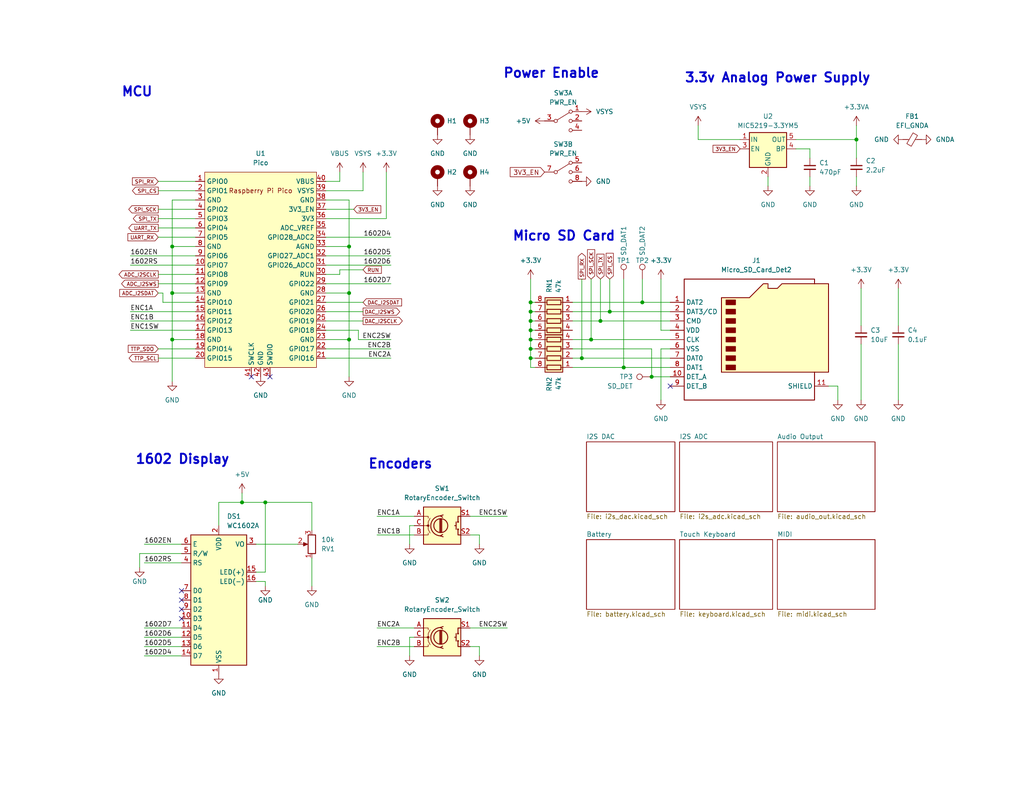
<source format=kicad_sch>
(kicad_sch (version 20230121) (generator eeschema)
  (paper "A")
  (title_block (title "pico_synth_sandbox - MCU") (date "2023-09-19") (rev "2") (comment 3 "pico-synth-sandbox.dcdalrymple.com") (comment 4 "D Cooper Dalrymple"))
  (lib_symbols
    (symbol "Connector:Micro_SD_Card_Det2"
      (property "Reference" "J" (at -16.51 17.78 0))
      (property "Value" "Micro_SD_Card_Det2" (at 16.51 17.78 0))
      (symbol "Micro_SD_Card_Det2_0_1"
        (rectangle (start -7.62 -6.985) (end -5.08 -8.255) (stroke (width 0.254)) (fill (type outline)))
        (rectangle (start -7.62 -4.445) (end -5.08 -5.715) (stroke (width 0.254)) (fill (type outline)))
        (rectangle (start -7.62 -1.905) (end -5.08 -3.175) (stroke (width 0.254)) (fill (type outline)))
        (rectangle (start -7.62 0.635) (end -5.08 -0.635) (stroke (width 0.254)) (fill (type outline)))
        (rectangle (start -7.62 3.175) (end -5.08 1.905) (stroke (width 0.254)) (fill (type outline)))
        (rectangle (start -7.62 5.715) (end -5.08 4.445) (stroke (width 0.254)) (fill (type outline)))
        (rectangle (start -7.62 8.255) (end -5.08 6.985) (stroke (width 0.254)) (fill (type outline)))
        (rectangle (start -7.62 10.795) (end -5.08 9.525) (stroke (width 0.254)) (fill (type outline)))
        (polyline (pts (xy 16.51 15.24) (xy 16.51 16.51) (xy -19.05 16.51) (xy -19.05 -16.51) (xy 16.51 -16.51) (xy 16.51 -8.89)) (stroke (width 0.254)))
        (polyline (pts (xy -8.89 -8.89) (xy -8.89 11.43) (xy -1.27 11.43) (xy 2.54 15.24) (xy 3.81 15.24) (xy 3.81 13.97) (xy 6.35 13.97) (xy 7.62 15.24) (xy 20.32 15.24) (xy 20.32 -8.89) (xy -8.89 -8.89)) (stroke (width 0.254)) (fill (type background)))
      )
      (symbol "Micro_SD_Card_Det2_1_1"
        (pin bidirectional line (at -22.86 10.16 0) (length 3.81) (name "DAT2") (number "1"))
        (pin passive line (at -22.86 -10.16 0) (length 3.81) (name "DET_A") (number "10"))
        (pin passive line (at 20.32 -12.7 180) (length 3.81) (name "SHIELD") (number "11"))
        (pin bidirectional line (at -22.86 7.62 0) (length 3.81) (name "DAT3/CD") (number "2"))
        (pin input line (at -22.86 5.08 0) (length 3.81) (name "CMD") (number "3"))
        (pin power_in line (at -22.86 2.54 0) (length 3.81) (name "VDD") (number "4"))
        (pin input line (at -22.86 0 0) (length 3.81) (name "CLK") (number "5"))
        (pin power_in line (at -22.86 -2.54 0) (length 3.81) (name "VSS") (number "6"))
        (pin bidirectional line (at -22.86 -5.08 0) (length 3.81) (name "DAT0") (number "7"))
        (pin bidirectional line (at -22.86 -7.62 0) (length 3.81) (name "DAT1") (number "8"))
        (pin passive line (at -22.86 -12.7 0) (length 3.81) (name "DET_B") (number "9"))
      )
    )
    (symbol "Connector:TestPoint" (pin_numbers hide) (pin_names (offset 0.762) hide)
      (property "Reference" "TP" (at 0 6.858 0))
      (property "Value" "TestPoint" (at 0 5.08 0))
      (symbol "TestPoint_0_1"
        (circle (center 0 3.302) (radius 0.762))
      )
      (symbol "TestPoint_1_1"
        (pin passive line (at 0 0 90) (length 2.54) (name "1") (number "1"))
      )
    )
    (symbol "Device:C_Small" (pin_numbers hide) (pin_names (offset 0.254) hide)
      (property "Reference" "C" (at 0.254 1.778 0))
      (property "Value" "C_Small" (at 0.254 -2.032 0))
      (symbol "C_Small_0_1"
        (polyline (pts (xy -1.524 -0.508) (xy 1.524 -0.508)) (stroke (width 0.3302)))
        (polyline (pts (xy -1.524 0.508) (xy 1.524 0.508)) (stroke (width 0.3048)))
      )
      (symbol "C_Small_1_1"
        (pin passive line (at 0 2.54 270) (length 2.032) (name "~") (number "1"))
        (pin passive line (at 0 -2.54 90) (length 2.032) (name "~") (number "2"))
      )
    )
    (symbol "Device:FerriteBead_Small" (pin_numbers hide) (pin_names (offset 0))
      (property "Reference" "FB" (at 1.905 1.27 0))
      (property "Value" "FerriteBead_Small" (at 1.905 -1.27 0))
      (symbol "FerriteBead_Small_0_1"
        (polyline (pts (xy 0 -1.27) (xy 0 -0.7874)))
        (polyline (pts (xy 0 0.889) (xy 0 1.2954)))
        (polyline (pts (xy -1.8288 0.2794) (xy -1.1176 1.4986) (xy 1.8288 -0.2032) (xy 1.1176 -1.4224) (xy -1.8288 0.2794)))
      )
      (symbol "FerriteBead_Small_1_1"
        (pin passive line (at 0 2.54 270) (length 1.27) (name "~") (number "1"))
        (pin passive line (at 0 -2.54 90) (length 1.27) (name "~") (number "2"))
      )
    )
    (symbol "Device:R_Pack04" (pin_names (offset 0) hide)
      (property "Reference" "RN" (at -7.62 0 90))
      (property "Value" "R_Pack04" (at 5.08 0 90))
      (symbol "R_Pack04_0_1"
        (rectangle (start -6.35 -2.413) (end 3.81 2.413) (stroke (width 0.254)) (fill (type background)))
        (rectangle (start -5.715 1.905) (end -4.445 -1.905) (stroke (width 0.254)))
        (rectangle (start -3.175 1.905) (end -1.905 -1.905) (stroke (width 0.254)))
        (rectangle (start -0.635 1.905) (end 0.635 -1.905) (stroke (width 0.254)))
        (polyline (pts (xy -5.08 -2.54) (xy -5.08 -1.905)))
        (polyline (pts (xy -5.08 1.905) (xy -5.08 2.54)))
        (polyline (pts (xy -2.54 -2.54) (xy -2.54 -1.905)))
        (polyline (pts (xy -2.54 1.905) (xy -2.54 2.54)))
        (polyline (pts (xy 0 -2.54) (xy 0 -1.905)))
        (polyline (pts (xy 0 1.905) (xy 0 2.54)))
        (polyline (pts (xy 2.54 -2.54) (xy 2.54 -1.905)))
        (polyline (pts (xy 2.54 1.905) (xy 2.54 2.54)))
        (rectangle (start 1.905 1.905) (end 3.175 -1.905) (stroke (width 0.254)))
      )
      (symbol "R_Pack04_1_1"
        (pin passive line (at -5.08 -5.08 90) (length 2.54) (name "R1.1") (number "1"))
        (pin passive line (at -2.54 -5.08 90) (length 2.54) (name "R2.1") (number "2"))
        (pin passive line (at 0 -5.08 90) (length 2.54) (name "R3.1") (number "3"))
        (pin passive line (at 2.54 -5.08 90) (length 2.54) (name "R4.1") (number "4"))
        (pin passive line (at 2.54 5.08 270) (length 2.54) (name "R4.2") (number "5"))
        (pin passive line (at 0 5.08 270) (length 2.54) (name "R3.2") (number "6"))
        (pin passive line (at -2.54 5.08 270) (length 2.54) (name "R2.2") (number "7"))
        (pin passive line (at -5.08 5.08 270) (length 2.54) (name "R1.2") (number "8"))
      )
    )
    (symbol "Device:R_Potentiometer" (pin_names (offset 1.016) hide)
      (property "Reference" "RV" (at -4.445 0 90))
      (property "Value" "R_Potentiometer" (at -2.54 0 90))
      (symbol "R_Potentiometer_0_1"
        (polyline (pts (xy 2.54 0) (xy 1.524 0)))
        (polyline (pts (xy 1.143 0) (xy 2.286 0.508) (xy 2.286 -0.508) (xy 1.143 0)) (fill (type outline)))
        (rectangle (start 1.016 2.54) (end -1.016 -2.54) (stroke (width 0.254)))
      )
      (symbol "R_Potentiometer_1_1"
        (pin passive line (at 0 3.81 270) (length 1.27) (name "1") (number "1"))
        (pin passive line (at 3.81 0 180) (length 1.27) (name "2") (number "2"))
        (pin passive line (at 0 -3.81 90) (length 1.27) (name "3") (number "3"))
      )
    )
    (symbol "Device:RotaryEncoder_Switch" (pin_names (offset 0.254) hide)
      (property "Reference" "SW" (at 0 6.604 0))
      (property "Value" "RotaryEncoder_Switch" (at 0 -6.604 0))
      (symbol "RotaryEncoder_Switch_0_1"
        (rectangle (start -5.08 5.08) (end 5.08 -5.08) (stroke (width 0.254)) (fill (type background)))
        (circle (center -3.81 0) (radius 0.254) (fill (type outline)))
        (circle (center -0.381 0) (radius 1.905) (stroke (width 0.254)))
        (arc (start -0.381 2.667) (mid -3.0988 -0.0635) (end -0.381 -2.794) (stroke (width 0.254)))
        (polyline (pts (xy -0.635 -1.778) (xy -0.635 1.778)) (stroke (width 0.254)))
        (polyline (pts (xy -0.381 -1.778) (xy -0.381 1.778)) (stroke (width 0.254)))
        (polyline (pts (xy -0.127 1.778) (xy -0.127 -1.778)) (stroke (width 0.254)))
        (polyline (pts (xy 3.81 0) (xy 3.429 0)) (stroke (width 0.254)))
        (polyline (pts (xy 3.81 1.016) (xy 3.81 -1.016)) (stroke (width 0.254)))
        (polyline (pts (xy -5.08 -2.54) (xy -3.81 -2.54) (xy -3.81 -2.032)))
        (polyline (pts (xy -5.08 2.54) (xy -3.81 2.54) (xy -3.81 2.032)))
        (polyline (pts (xy 0.254 -3.048) (xy -0.508 -2.794) (xy 0.127 -2.413)) (stroke (width 0.254)))
        (polyline (pts (xy 0.254 2.921) (xy -0.508 2.667) (xy 0.127 2.286)) (stroke (width 0.254)))
        (polyline (pts (xy 5.08 -2.54) (xy 4.318 -2.54) (xy 4.318 -1.016)) (stroke (width 0.254)))
        (polyline (pts (xy 5.08 2.54) (xy 4.318 2.54) (xy 4.318 1.016)) (stroke (width 0.254)))
        (polyline (pts (xy -5.08 0) (xy -3.81 0) (xy -3.81 -1.016) (xy -3.302 -2.032)))
        (polyline (pts (xy -4.318 0) (xy -3.81 0) (xy -3.81 1.016) (xy -3.302 2.032)))
        (circle (center 4.318 -1.016) (radius 0.127) (stroke (width 0.254)))
        (circle (center 4.318 1.016) (radius 0.127) (stroke (width 0.254)))
      )
      (symbol "RotaryEncoder_Switch_1_1"
        (pin passive line (at -7.62 2.54 0) (length 2.54) (name "A") (number "A"))
        (pin passive line (at -7.62 -2.54 0) (length 2.54) (name "B") (number "B"))
        (pin passive line (at -7.62 0 0) (length 2.54) (name "C") (number "C"))
        (pin passive line (at 7.62 2.54 180) (length 2.54) (name "S1") (number "S1"))
        (pin passive line (at 7.62 -2.54 180) (length 2.54) (name "S2") (number "S2"))
      )
    )
    (symbol "Display_Character:WC1602A"
      (property "Reference" "DS" (at -5.842 19.05 0))
      (property "Value" "WC1602A" (at 5.334 19.05 0))
      (symbol "WC1602A_1_1"
        (rectangle (start -7.62 17.78) (end 7.62 -17.78) (stroke (width 0.254)) (fill (type background)))
        (pin power_in line (at 0 -20.32 90) (length 2.54) (name "VSS") (number "1"))
        (pin input line (at -10.16 -5.08 0) (length 2.54) (name "D3") (number "10"))
        (pin input line (at -10.16 -7.62 0) (length 2.54) (name "D4") (number "11"))
        (pin input line (at -10.16 -10.16 0) (length 2.54) (name "D5") (number "12"))
        (pin input line (at -10.16 -12.7 0) (length 2.54) (name "D6") (number "13"))
        (pin input line (at -10.16 -15.24 0) (length 2.54) (name "D7") (number "14"))
        (pin power_in line (at 10.16 7.62 180) (length 2.54) (name "LED(+)") (number "15"))
        (pin power_in line (at 10.16 5.08 180) (length 2.54) (name "LED(-)") (number "16"))
        (pin power_in line (at 0 20.32 270) (length 2.54) (name "VDD") (number "2"))
        (pin input line (at 10.16 15.24 180) (length 2.54) (name "VO") (number "3"))
        (pin input line (at -10.16 10.16 0) (length 2.54) (name "RS") (number "4"))
        (pin input line (at -10.16 12.7 0) (length 2.54) (name "R/W") (number "5"))
        (pin input line (at -10.16 15.24 0) (length 2.54) (name "E") (number "6"))
        (pin input line (at -10.16 2.54 0) (length 2.54) (name "D0") (number "7"))
        (pin input line (at -10.16 0 0) (length 2.54) (name "D1") (number "8"))
        (pin input line (at -10.16 -2.54 0) (length 2.54) (name "D2") (number "9"))
      )
    )
    (symbol "MCU_RaspberryPi_and_Boards:Pico"
      (property "Reference" "U" (at -13.97 27.94 0))
      (property "Value" "Pico" (at 0 19.05 0))
      (symbol "Pico_0_0"
        (text "Raspberry Pi Pico" (at 0 21.59 0) (effects (font (size 1.27 1.27))))
      )
      (symbol "Pico_0_1"
        (rectangle (start -15.24 26.67) (end 15.24 -26.67) (fill (type background)))
      )
      (symbol "Pico_1_1"
        (pin bidirectional line (at -17.78 24.13 0) (length 2.54) (name "GPIO0") (number "1"))
        (pin bidirectional line (at -17.78 1.27 0) (length 2.54) (name "GPIO7") (number "10"))
        (pin bidirectional line (at -17.78 -1.27 0) (length 2.54) (name "GPIO8") (number "11"))
        (pin bidirectional line (at -17.78 -3.81 0) (length 2.54) (name "GPIO9") (number "12"))
        (pin power_in line (at -17.78 -6.35 0) (length 2.54) (name "GND") (number "13"))
        (pin bidirectional line (at -17.78 -8.89 0) (length 2.54) (name "GPIO10") (number "14"))
        (pin bidirectional line (at -17.78 -11.43 0) (length 2.54) (name "GPIO11") (number "15"))
        (pin bidirectional line (at -17.78 -13.97 0) (length 2.54) (name "GPIO12") (number "16"))
        (pin bidirectional line (at -17.78 -16.51 0) (length 2.54) (name "GPIO13") (number "17"))
        (pin power_in line (at -17.78 -19.05 0) (length 2.54) (name "GND") (number "18"))
        (pin bidirectional line (at -17.78 -21.59 0) (length 2.54) (name "GPIO14") (number "19"))
        (pin bidirectional line (at -17.78 21.59 0) (length 2.54) (name "GPIO1") (number "2"))
        (pin bidirectional line (at -17.78 -24.13 0) (length 2.54) (name "GPIO15") (number "20"))
        (pin bidirectional line (at 17.78 -24.13 180) (length 2.54) (name "GPIO16") (number "21"))
        (pin bidirectional line (at 17.78 -21.59 180) (length 2.54) (name "GPIO17") (number "22"))
        (pin power_in line (at 17.78 -19.05 180) (length 2.54) (name "GND") (number "23"))
        (pin bidirectional line (at 17.78 -16.51 180) (length 2.54) (name "GPIO18") (number "24"))
        (pin bidirectional line (at 17.78 -13.97 180) (length 2.54) (name "GPIO19") (number "25"))
        (pin bidirectional line (at 17.78 -11.43 180) (length 2.54) (name "GPIO20") (number "26"))
        (pin bidirectional line (at 17.78 -8.89 180) (length 2.54) (name "GPIO21") (number "27"))
        (pin power_in line (at 17.78 -6.35 180) (length 2.54) (name "GND") (number "28"))
        (pin bidirectional line (at 17.78 -3.81 180) (length 2.54) (name "GPIO22") (number "29"))
        (pin power_in line (at -17.78 19.05 0) (length 2.54) (name "GND") (number "3"))
        (pin input line (at 17.78 -1.27 180) (length 2.54) (name "RUN") (number "30"))
        (pin bidirectional line (at 17.78 1.27 180) (length 2.54) (name "GPIO26_ADC0") (number "31"))
        (pin bidirectional line (at 17.78 3.81 180) (length 2.54) (name "GPIO27_ADC1") (number "32"))
        (pin power_in line (at 17.78 6.35 180) (length 2.54) (name "AGND") (number "33"))
        (pin bidirectional line (at 17.78 8.89 180) (length 2.54) (name "GPIO28_ADC2") (number "34"))
        (pin power_in line (at 17.78 11.43 180) (length 2.54) (name "ADC_VREF") (number "35"))
        (pin power_in line (at 17.78 13.97 180) (length 2.54) (name "3V3") (number "36"))
        (pin input line (at 17.78 16.51 180) (length 2.54) (name "3V3_EN") (number "37"))
        (pin bidirectional line (at 17.78 19.05 180) (length 2.54) (name "GND") (number "38"))
        (pin power_in line (at 17.78 21.59 180) (length 2.54) (name "VSYS") (number "39"))
        (pin bidirectional line (at -17.78 16.51 0) (length 2.54) (name "GPIO2") (number "4"))
        (pin power_in line (at 17.78 24.13 180) (length 2.54) (name "VBUS") (number "40"))
        (pin input line (at -2.54 -29.21 90) (length 2.54) (name "SWCLK") (number "41"))
        (pin power_in line (at 0 -29.21 90) (length 2.54) (name "GND") (number "42"))
        (pin bidirectional line (at 2.54 -29.21 90) (length 2.54) (name "SWDIO") (number "43"))
        (pin bidirectional line (at -17.78 13.97 0) (length 2.54) (name "GPIO3") (number "5"))
        (pin bidirectional line (at -17.78 11.43 0) (length 2.54) (name "GPIO4") (number "6"))
        (pin bidirectional line (at -17.78 8.89 0) (length 2.54) (name "GPIO5") (number "7"))
        (pin power_in line (at -17.78 6.35 0) (length 2.54) (name "GND") (number "8"))
        (pin bidirectional line (at -17.78 3.81 0) (length 2.54) (name "GPIO6") (number "9"))
      )
    )
    (symbol "Mechanical:MountingHole_Pad" (pin_numbers hide) (pin_names (offset 1.016) hide)
      (property "Reference" "H" (at 0 6.35 0))
      (property "Value" "MountingHole_Pad" (at 0 4.445 0))
      (symbol "MountingHole_Pad_0_1"
        (circle (center 0 1.27) (radius 1.27) (stroke (width 1.27)))
      )
      (symbol "MountingHole_Pad_1_1"
        (pin input line (at 0 -2.54 90) (length 2.54) (name "1") (number "1"))
      )
    )
    (symbol "Regulator_Linear:MIC5219-3.3YM5" (pin_names (offset 0.254))
      (property "Reference" "U" (at -3.81 5.715 0))
      (property "Value" "MIC5219-3.3YM5" (at 0 5.715 0))
      (symbol "MIC5219-3.3YM5_0_1"
        (rectangle (start -5.08 4.445) (end 5.08 -5.08) (stroke (width 0.254)) (fill (type background)))
      )
      (symbol "MIC5219-3.3YM5_1_1"
        (pin power_in line (at -7.62 2.54 0) (length 2.54) (name "IN") (number "1"))
        (pin power_in line (at 0 -7.62 90) (length 2.54) (name "GND") (number "2"))
        (pin input line (at -7.62 0 0) (length 2.54) (name "EN") (number "3"))
        (pin input line (at 7.62 0 180) (length 2.54) (name "BP") (number "4"))
        (pin power_out line (at 7.62 2.54 180) (length 2.54) (name "OUT") (number "5"))
      )
    )
    (symbol "Switch:SW_DP3T" (pin_names (offset 0) hide)
      (property "Reference" "SW" (at 0 5.08 0))
      (property "Value" "SW_DP3T" (at 0 -5.08 0))
      (symbol "SW_DP3T_0_1"
        (circle (center -2.032 0) (radius 0.4572))
        (polyline (pts (xy -1.651 0.254) (xy 1.651 2.286)))
        (circle (center 2.032 -2.54) (radius 0.4572))
        (circle (center 2.032 0) (radius 0.4572))
        (circle (center 2.032 2.54) (radius 0.4572))
      )
      (symbol "SW_DP3T_1_1"
        (pin passive line (at 5.08 2.54 180) (length 2.54) (name "1") (number "1"))
        (pin passive line (at 5.08 0 180) (length 2.54) (name "2") (number "2"))
        (pin passive line (at -5.08 0 0) (length 2.54) (name "3") (number "3"))
        (pin passive line (at 5.08 -2.54 180) (length 2.54) (name "4") (number "4"))
      )
      (symbol "SW_DP3T_2_1"
        (pin passive line (at 5.08 2.54 180) (length 2.54) (name "5") (number "5"))
        (pin passive line (at 5.08 0 180) (length 2.54) (name "6") (number "6"))
        (pin passive line (at -5.08 0 0) (length 2.54) (name "7") (number "7"))
        (pin passive line (at 5.08 -2.54 180) (length 2.54) (name "8") (number "8"))
      )
    )
    (symbol "pico_synth_sandbox:VSYS" (power) (pin_names (offset 0))
      (property "Value" "VSYS" (at 0 3.81 0))
      (symbol "VSYS_0_1"
        (polyline (pts (xy -0.762 1.27) (xy 0 2.54)))
        (polyline (pts (xy 0 0) (xy 0 2.54)))
        (polyline (pts (xy 0 2.54) (xy 0.762 1.27)))
      )
      (symbol "VSYS_1_1"
        (pin power_in line (at 0 0 90) (length 0) hide (name "VSYS") (number "1"))
      )
    )
    (symbol "power:+3.3V" (power) (pin_names (offset 0))
      (property "Value" "+3.3V" (at 0 3.556 0))
      (symbol "+3.3V_0_1"
        (polyline (pts (xy -0.762 1.27) (xy 0 2.54)))
        (polyline (pts (xy 0 0) (xy 0 2.54)))
        (polyline (pts (xy 0 2.54) (xy 0.762 1.27)))
      )
      (symbol "+3.3V_1_1"
        (pin power_in line (at 0 0 90) (length 0) hide (name "+3.3V") (number "1"))
      )
    )
    (symbol "power:+3.3VA" (power) (pin_names (offset 0))
      (property "Value" "+3.3VA" (at 0 3.556 0))
      (symbol "+3.3VA_0_1"
        (polyline (pts (xy -0.762 1.27) (xy 0 2.54)))
        (polyline (pts (xy 0 0) (xy 0 2.54)))
        (polyline (pts (xy 0 2.54) (xy 0.762 1.27)))
      )
      (symbol "+3.3VA_1_1"
        (pin power_in line (at 0 0 90) (length 0) hide (name "+3.3VA") (number "1"))
      )
    )
    (symbol "power:+5V" (power) (pin_names (offset 0))
      (property "Value" "+5V" (at 0 3.556 0))
      (symbol "+5V_0_1"
        (polyline (pts (xy -0.762 1.27) (xy 0 2.54)))
        (polyline (pts (xy 0 0) (xy 0 2.54)))
        (polyline (pts (xy 0 2.54) (xy 0.762 1.27)))
      )
      (symbol "+5V_1_1"
        (pin power_in line (at 0 0 90) (length 0) hide (name "+5V") (number "1"))
      )
    )
    (symbol "power:GND" (power) (pin_names (offset 0))
      (property "Value" "GND" (at 0 -3.81 0))
      (symbol "GND_0_1"
        (polyline (pts (xy 0 0) (xy 0 -1.27) (xy 1.27 -1.27) (xy 0 -2.54) (xy -1.27 -1.27) (xy 0 -1.27)))
      )
      (symbol "GND_1_1"
        (pin power_in line (at 0 0 270) (length 0) hide (name "GND") (number "1"))
      )
    )
    (symbol "power:GNDA" (power) (pin_names (offset 0))
      (property "Value" "GNDA" (at 0 -3.81 0))
      (symbol "GNDA_0_1"
        (polyline (pts (xy 0 0) (xy 0 -1.27) (xy 1.27 -1.27) (xy 0 -2.54) (xy -1.27 -1.27) (xy 0 -1.27)))
      )
      (symbol "GNDA_1_1"
        (pin power_in line (at 0 0 270) (length 0) hide (name "GNDA") (number "1"))
      )
    )
    (symbol "power:VBUS" (power) (pin_names (offset 0))
      (property "Value" "VBUS" (at 0 3.81 0))
      (symbol "VBUS_0_1"
        (polyline (pts (xy -0.762 1.27) (xy 0 2.54)))
        (polyline (pts (xy 0 0) (xy 0 2.54)))
        (polyline (pts (xy 0 2.54) (xy 0.762 1.27)))
      )
      (symbol "VBUS_1_1"
        (pin power_in line (at 0 0 90) (length 0) hide (name "VBUS") (number "1"))
      )
    )
  )
  (junction (at 161.29 92.71))
  (junction (at 66.04 137.16))
  (junction (at 144.78 90.17))
  (junction (at 95.25 80.01))
  (junction (at 233.68 38.1))
  (junction (at 166.37 85.09))
  (junction (at 46.99 80.01))
  (junction (at 46.99 92.71))
  (junction (at 144.78 95.25))
  (junction (at 175.26 82.55))
  (junction (at 144.78 82.55))
  (junction (at 95.25 92.71))
  (junction (at 144.78 97.79))
  (junction (at 144.78 87.63))
  (junction (at 144.78 92.71))
  (junction (at 158.75 97.79))
  (junction (at 177.8 102.87))
  (junction (at 170.18 100.33))
  (junction (at 163.83 87.63))
  (junction (at 46.99 67.31))
  (junction (at 72.39 137.16))
  (junction (at 95.25 67.31))
  (junction (at 144.78 85.09))
  (no_connect (at 49.53 168.91))
  (no_connect (at 49.53 166.37))
  (no_connect (at 49.53 161.29))
  (no_connect (at 73.66 102.87))
  (no_connect (at 68.58 102.87))
  (no_connect (at 49.53 163.83))
  (no_connect (at 182.88 105.41))
  (wire (pts (xy 72.39 137.16) (xy 85.09 137.16)))
  (wire (pts (xy 156.21 85.09) (xy 166.37 85.09)))
  (wire (pts (xy 170.18 76.2) (xy 170.18 100.33)))
  (wire (pts (xy 88.9 57.15) (xy 96.52 57.15)))
  (wire (pts (xy 209.55 48.26) (xy 209.55 50.8)))
  (wire (pts (xy 105.41 59.69) (xy 88.9 59.69)))
  (wire (pts (xy 144.78 85.09) (xy 146.05 85.09)))
  (wire (pts (xy 92.71 73.66) (xy 92.71 74.93)))
  (wire (pts (xy 158.75 76.2) (xy 158.75 97.79)))
  (wire (pts (xy 39.37 148.59) (xy 49.53 148.59)))
  (wire (pts (xy 53.34 92.71) (xy 46.99 92.71)))
  (wire (pts (xy 106.68 97.79) (xy 88.9 97.79)))
  (wire (pts (xy 43.18 77.47) (xy 53.34 77.47)))
  (wire (pts (xy 53.34 72.39) (xy 35.56 72.39)))
  (wire (pts (xy 43.18 49.53) (xy 53.34 49.53)))
  (wire (pts (xy 43.18 62.23) (xy 53.34 62.23)))
  (wire (pts (xy 43.18 59.69) (xy 53.34 59.69)))
  (wire (pts (xy 97.79 90.17) (xy 88.9 90.17)))
  (wire (pts (xy 144.78 85.09) (xy 144.78 82.55)))
  (wire (pts (xy 175.26 82.55) (xy 182.88 82.55)))
  (wire (pts (xy 228.6 105.41) (xy 228.6 109.22)))
  (wire (pts (xy 245.11 93.98) (xy 245.11 109.22)))
  (wire (pts (xy 156.21 95.25) (xy 177.8 95.25)))
  (wire (pts (xy 46.99 54.61) (xy 46.99 67.31)))
  (wire (pts (xy 88.9 49.53) (xy 92.71 49.53)))
  (wire (pts (xy 217.17 40.64) (xy 220.98 40.64)))
  (wire (pts (xy 39.37 176.53) (xy 49.53 176.53)))
  (wire (pts (xy 233.68 34.29) (xy 233.68 38.1)))
  (wire (pts (xy 88.9 80.01) (xy 95.25 80.01)))
  (wire (pts (xy 220.98 48.26) (xy 220.98 50.8)))
  (wire (pts (xy 130.81 176.53) (xy 130.81 179.07)))
  (wire (pts (xy 156.21 82.55) (xy 175.26 82.55)))
  (wire (pts (xy 163.83 76.2) (xy 163.83 87.63)))
  (wire (pts (xy 69.85 158.75) (xy 72.39 158.75)))
  (wire (pts (xy 88.9 77.47) (xy 106.68 77.47)))
  (wire (pts (xy 59.69 137.16) (xy 59.69 143.51)))
  (wire (pts (xy 144.78 95.25) (xy 146.05 95.25)))
  (wire (pts (xy 234.95 78.74) (xy 234.95 88.9)))
  (wire (pts (xy 144.78 97.79) (xy 144.78 100.33)))
  (wire (pts (xy 144.78 100.33) (xy 146.05 100.33)))
  (wire (pts (xy 99.06 52.07) (xy 88.9 52.07)))
  (wire (pts (xy 180.34 95.25) (xy 180.34 109.22)))
  (wire (pts (xy 113.03 173.99) (xy 111.76 173.99)))
  (wire (pts (xy 128.27 146.05) (xy 130.81 146.05)))
  (wire (pts (xy 106.68 92.71) (xy 97.79 92.71)))
  (wire (pts (xy 72.39 137.16) (xy 72.39 156.21)))
  (wire (pts (xy 39.37 179.07) (xy 49.53 179.07)))
  (wire (pts (xy 226.06 105.41) (xy 228.6 105.41)))
  (wire (pts (xy 245.11 78.74) (xy 245.11 88.9)))
  (wire (pts (xy 170.18 100.33) (xy 182.88 100.33)))
  (wire (pts (xy 69.85 148.59) (xy 81.28 148.59)))
  (wire (pts (xy 43.18 64.77) (xy 53.34 64.77)))
  (wire (pts (xy 102.87 176.53) (xy 113.03 176.53)))
  (wire (pts (xy 190.5 34.29) (xy 190.5 38.1)))
  (wire (pts (xy 102.87 140.97) (xy 113.03 140.97)))
  (wire (pts (xy 177.8 102.87) (xy 182.88 102.87)))
  (wire (pts (xy 113.03 143.51) (xy 111.76 143.51)))
  (wire (pts (xy 144.78 82.55) (xy 146.05 82.55)))
  (wire (pts (xy 95.25 54.61) (xy 95.25 67.31)))
  (wire (pts (xy 53.34 67.31) (xy 46.99 67.31)))
  (wire (pts (xy 35.56 85.09) (xy 53.34 85.09)))
  (wire (pts (xy 66.04 137.16) (xy 72.39 137.16)))
  (wire (pts (xy 85.09 137.16) (xy 85.09 144.78)))
  (wire (pts (xy 161.29 92.71) (xy 182.88 92.71)))
  (wire (pts (xy 144.78 87.63) (xy 144.78 85.09)))
  (wire (pts (xy 72.39 158.75) (xy 72.39 160.02)))
  (wire (pts (xy 105.41 46.99) (xy 105.41 59.69)))
  (wire (pts (xy 46.99 67.31) (xy 46.99 80.01)))
  (wire (pts (xy 175.26 76.2) (xy 175.26 82.55)))
  (wire (pts (xy 144.78 87.63) (xy 146.05 87.63)))
  (wire (pts (xy 95.25 92.71) (xy 95.25 102.87)))
  (wire (pts (xy 163.83 87.63) (xy 182.88 87.63)))
  (wire (pts (xy 182.88 90.17) (xy 180.34 90.17)))
  (wire (pts (xy 111.76 173.99) (xy 111.76 179.07)))
  (wire (pts (xy 217.17 38.1) (xy 233.68 38.1)))
  (wire (pts (xy 44.45 82.55) (xy 53.34 82.55)))
  (wire (pts (xy 156.21 100.33) (xy 170.18 100.33)))
  (wire (pts (xy 97.79 92.71) (xy 97.79 90.17)))
  (wire (pts (xy 88.9 72.39) (xy 106.68 72.39)))
  (wire (pts (xy 233.68 48.26) (xy 233.68 50.8)))
  (wire (pts (xy 88.9 87.63) (xy 99.06 87.63)))
  (wire (pts (xy 43.18 57.15) (xy 53.34 57.15)))
  (wire (pts (xy 53.34 80.01) (xy 46.99 80.01)))
  (wire (pts (xy 130.81 146.05) (xy 130.81 148.59)))
  (wire (pts (xy 46.99 92.71) (xy 46.99 104.14)))
  (wire (pts (xy 234.95 93.98) (xy 234.95 109.22)))
  (wire (pts (xy 182.88 95.25) (xy 180.34 95.25)))
  (wire (pts (xy 161.29 76.2) (xy 161.29 92.71)))
  (wire (pts (xy 95.25 67.31) (xy 95.25 80.01)))
  (wire (pts (xy 69.85 156.21) (xy 72.39 156.21)))
  (wire (pts (xy 59.69 137.16) (xy 66.04 137.16)))
  (wire (pts (xy 102.87 146.05) (xy 113.03 146.05)))
  (wire (pts (xy 46.99 80.01) (xy 46.99 92.71)))
  (wire (pts (xy 92.71 74.93) (xy 88.9 74.93)))
  (wire (pts (xy 166.37 76.2) (xy 166.37 85.09)))
  (wire (pts (xy 43.18 74.93) (xy 53.34 74.93)))
  (wire (pts (xy 92.71 49.53) (xy 92.71 46.99)))
  (wire (pts (xy 43.18 52.07) (xy 53.34 52.07)))
  (wire (pts (xy 53.34 69.85) (xy 35.56 69.85)))
  (wire (pts (xy 156.21 92.71) (xy 161.29 92.71)))
  (wire (pts (xy 128.27 171.45) (xy 138.43 171.45)))
  (wire (pts (xy 88.9 69.85) (xy 106.68 69.85)))
  (wire (pts (xy 39.37 153.67) (xy 49.53 153.67)))
  (wire (pts (xy 144.78 97.79) (xy 146.05 97.79)))
  (wire (pts (xy 144.78 92.71) (xy 146.05 92.71)))
  (wire (pts (xy 144.78 87.63) (xy 144.78 90.17)))
  (wire (pts (xy 43.18 95.25) (xy 53.34 95.25)))
  (wire (pts (xy 106.68 95.25) (xy 88.9 95.25)))
  (wire (pts (xy 38.1 151.13) (xy 49.53 151.13)))
  (wire (pts (xy 88.9 64.77) (xy 106.68 64.77)))
  (wire (pts (xy 35.56 87.63) (xy 53.34 87.63)))
  (wire (pts (xy 144.78 76.2) (xy 144.78 82.55)))
  (wire (pts (xy 220.98 40.64) (xy 220.98 43.18)))
  (wire (pts (xy 39.37 171.45) (xy 49.53 171.45)))
  (wire (pts (xy 44.45 80.01) (xy 44.45 82.55)))
  (wire (pts (xy 144.78 90.17) (xy 144.78 92.71)))
  (wire (pts (xy 88.9 85.09) (xy 99.06 85.09)))
  (wire (pts (xy 166.37 85.09) (xy 182.88 85.09)))
  (wire (pts (xy 88.9 67.31) (xy 95.25 67.31)))
  (wire (pts (xy 35.56 90.17) (xy 53.34 90.17)))
  (wire (pts (xy 66.04 134.62) (xy 66.04 137.16)))
  (wire (pts (xy 85.09 160.02) (xy 85.09 152.4)))
  (wire (pts (xy 39.37 173.99) (xy 49.53 173.99)))
  (wire (pts (xy 88.9 92.71) (xy 95.25 92.71)))
  (wire (pts (xy 156.21 87.63) (xy 163.83 87.63)))
  (wire (pts (xy 99.06 46.99) (xy 99.06 52.07)))
  (wire (pts (xy 233.68 38.1) (xy 233.68 43.18)))
  (wire (pts (xy 144.78 90.17) (xy 146.05 90.17)))
  (wire (pts (xy 177.8 95.25) (xy 177.8 102.87)))
  (wire (pts (xy 53.34 54.61) (xy 46.99 54.61)))
  (wire (pts (xy 88.9 54.61) (xy 95.25 54.61)))
  (wire (pts (xy 43.18 97.79) (xy 53.34 97.79)))
  (wire (pts (xy 128.27 140.97) (xy 138.43 140.97)))
  (wire (pts (xy 144.78 97.79) (xy 144.78 95.25)))
  (wire (pts (xy 128.27 176.53) (xy 130.81 176.53)))
  (wire (pts (xy 180.34 76.2) (xy 180.34 90.17)))
  (wire (pts (xy 43.18 80.01) (xy 44.45 80.01)))
  (wire (pts (xy 102.87 171.45) (xy 113.03 171.45)))
  (wire (pts (xy 190.5 38.1) (xy 201.93 38.1)))
  (wire (pts (xy 38.1 154.94) (xy 38.1 151.13)))
  (wire (pts (xy 111.76 143.51) (xy 111.76 148.59)))
  (wire (pts (xy 156.21 97.79) (xy 158.75 97.79)))
  (wire (pts (xy 95.25 80.01) (xy 95.25 92.71)))
  (wire (pts (xy 88.9 82.55) (xy 99.06 82.55)))
  (wire (pts (xy 99.06 73.66) (xy 92.71 73.66)))
  (wire (pts (xy 158.75 97.79) (xy 182.88 97.79)))
  (wire (pts (xy 144.78 95.25) (xy 144.78 92.71)))
  (text "3.3v Analog Power Supply" (at 186.69 22.86 0) (effects (font (size 2.54 2.54) (thickness 0.508) bold) (justify left bottom)))
  (text "Micro SD Card" (at 139.7 66.04 0) (effects (font (size 2.54 2.54) (thickness 0.508) bold) (justify left bottom)))
  (text "Encoders" (at 100.33 128.27 0) (effects (font (size 2.54 2.54) (thickness 0.508) bold) (justify left bottom)))
  (text "1602 Display" (at 36.83 127 0) (effects (font (size 2.54 2.54) (thickness 0.508) bold) (justify left bottom)))
  (text "MCU" (at 33.02 26.67 0) (effects (font (size 2.54 2.54) (thickness 0.508) bold) (justify left bottom)))
  (text "Power Enable" (at 137.16 21.59 0) (effects (font (size 2.54 2.54) (thickness 0.508) bold) (justify left bottom)))
  (label "1602D4" (at 39.37 179.07 0))
  (label "1602RS" (at 35.56 72.39 0))
  (label "1602EN" (at 39.37 148.59 0))
  (label "ENC2B" (at 102.87 176.53 0))
  (label "ENC1A" (at 102.87 140.97 0))
  (label "1602D5" (at 106.68 69.85 180))
  (label "ENC2SW" (at 138.43 171.45 180))
  (label "ENC2B" (at 106.68 95.25 180))
  (label "ENC2SW" (at 106.68 92.71 180))
  (label "ENC1SW" (at 138.43 140.97 180))
  (label "1602D6" (at 39.37 173.99 0))
  (label "1602EN" (at 35.56 69.85 0))
  (label "1602D5" (at 39.37 176.53 0))
  (label "ENC2A" (at 106.68 97.79 180))
  (label "1602D4" (at 106.68 64.77 180))
  (label "ENC1SW" (at 35.56 90.17 0))
  (label "1602D7" (at 39.37 171.45 0))
  (label "1602D6" (at 106.68 72.39 180))
  (label "ENC1B" (at 35.56 87.63 0))
  (label "1602RS" (at 39.37 153.67 0))
  (label "ENC2A" (at 102.87 171.45 0))
  (label "ENC1A" (at 35.56 85.09 0))
  (label "1602D7" (at 106.68 77.47 180))
  (label "ENC1B" (at 102.87 146.05 0))
  (global_label "DAC_I2SCLK" (shape output) (at 99.06 87.63 0) (effects (font (size 1 1))) (property "Intersheetrefs" "${INTERSHEET_REFS}" (effects hide)))
  (global_label "ADC_I2SWS" (shape output) (at 43.18 77.47 180) (effects (font (size 1 1))) (property "Intersheetrefs" "${INTERSHEET_REFS}" (effects hide)))
  (global_label "TTP_SCL" (shape output) (at 43.18 97.79 180) (effects (font (size 1 1))) (property "Intersheetrefs" "${INTERSHEET_REFS}" (effects hide)))
  (global_label "3V3_EN" (shape input) (at 96.52 57.15 0) (effects (font (size 1 1))) (property "Intersheetrefs" "${INTERSHEET_REFS}" (effects hide)))
  (global_label "SPI_CS" (shape input) (at 166.37 76.2 90) (effects (font (size 1 1))) (property "Intersheetrefs" "${INTERSHEET_REFS}" (effects hide)))
  (global_label "SPI_TX" (shape output) (at 43.18 59.69 180) (effects (font (size 1 1))) (property "Intersheetrefs" "${INTERSHEET_REFS}" (effects hide)))
  (global_label "SPI_SCK" (shape input) (at 161.29 76.2 90) (effects (font (size 1 1))) (property "Intersheetrefs" "${INTERSHEET_REFS}" (effects hide)))
  (global_label "ADC_I2SCLK" (shape output) (at 43.18 74.93 180) (effects (font (size 1 1))) (property "Intersheetrefs" "${INTERSHEET_REFS}" (effects hide)))
  (global_label "SPI_RX" (shape input) (at 43.18 49.53 180) (effects (font (size 1 1))) (property "Intersheetrefs" "${INTERSHEET_REFS}" (effects hide)))
  (global_label "TTP_SDO" (shape input) (at 43.18 95.25 180) (effects (font (size 1 1))) (property "Intersheetrefs" "${INTERSHEET_REFS}" (effects hide)))
  (global_label "3V3_EN" (shape input) (at 201.93 40.64 180) (effects (font (size 1 1))) (property "Intersheetrefs" "${INTERSHEET_REFS}" (effects hide)))
  (global_label "ADC_I2SDAT" (shape input) (at 43.18 80.01 180) (effects (font (size 1 1))) (property "Intersheetrefs" "${INTERSHEET_REFS}" (effects hide)))
  (global_label "3V3_EN" (shape input) (at 148.59 46.99 180) (property "Intersheetrefs" "${INTERSHEET_REFS}" (effects hide)))
  (global_label "UART_RX" (shape input) (at 43.18 64.77 180) (effects (font (size 1 1))) (property "Intersheetrefs" "${INTERSHEET_REFS}" (effects hide)))
  (global_label "RUN" (shape input) (at 99.06 73.66 0) (effects (font (size 1 1))) (property "Intersheetrefs" "${INTERSHEET_REFS}" (effects hide)))
  (global_label "SPI_CS" (shape output) (at 43.18 52.07 180) (effects (font (size 1 1))) (property "Intersheetrefs" "${INTERSHEET_REFS}" (effects hide)))
  (global_label "UART_TX" (shape output) (at 43.18 62.23 180) (effects (font (size 1 1))) (property "Intersheetrefs" "${INTERSHEET_REFS}" (effects hide)))
  (global_label "SPI_RX" (shape output) (at 158.75 76.2 90) (effects (font (size 1 1))) (property "Intersheetrefs" "${INTERSHEET_REFS}" (effects hide)))
  (global_label "DAC_I2SDAT" (shape input) (at 99.06 82.55 0) (effects (font (size 1 1))) (property "Intersheetrefs" "${INTERSHEET_REFS}" (effects hide)))
  (global_label "SPI_TX" (shape input) (at 163.83 76.2 90) (effects (font (size 1 1))) (property "Intersheetrefs" "${INTERSHEET_REFS}" (effects hide)))
  (global_label "SPI_SCK" (shape output) (at 43.18 57.15 180) (effects (font (size 1 1))) (property "Intersheetrefs" "${INTERSHEET_REFS}" (effects hide)))
  (global_label "DAC_I2SWS" (shape output) (at 99.06 85.09 0) (effects (font (size 1 1))) (property "Intersheetrefs" "${INTERSHEET_REFS}" (effects hide)))
  (symbol (lib_id "Mechanical:MountingHole_Pad") (at 119.38 48.26 0) (unit 1)
    (property "Reference" "H2" (at 121.92 46.99 0) (effects (justify left)))
    (property "Value" "MountingHole_Pad" (effects hide))
    (property "Footprint" "MountingHole:MountingHole_2.5mm_Pad" (effects hide))
  )
  (symbol (lib_id "power:+3.3V") (at 105.41 46.99 0) (unit 1)
    (property "Reference" "#PWR011" (effects hide))
    (property "Value" "+3.3V" (at 105.41 41.91 0))
  )
  (symbol (lib_id "power:GND") (at 46.99 104.14 0) (unit 1)
    (property "Reference" "#PWR02" (effects hide))
    (property "Value" "GND" (at 46.99 109.22 0))
  )
  (symbol (lib_id "power:GND") (at 59.69 184.15 0) (unit 1)
    (property "Reference" "#PWR03" (effects hide))
    (property "Value" "GND" (at 59.69 189.23 0))
  )
  (symbol (lib_id "pico_synth_sandbox:VSYS") (at 158.75 30.48 270) (unit 1)
    (property "Reference" "#PWR022" (effects hide))
    (property "Value" "VSYS" (at 162.56 30.48 90) (effects (justify left)))
  )
  (symbol (lib_id "pico_synth_sandbox:VSYS") (at 190.5 34.29 0) (unit 1)
    (property "Reference" "#PWR026" (effects hide))
    (property "Value" "VSYS" (at 190.5 29.21 0))
  )
  (symbol (lib_id "Display_Character:WC1602A") (at 59.69 163.83 0) (unit 1)
    (property "Reference" "DS1" (at 61.8841 140.97 0) (effects (justify left)))
    (property "Value" "WC1602A" (at 61.8841 143.51 0) (effects (justify left)))
    (property "Footprint" "Display:WC1602A" (effects hide))
    (property "Datasheet" "http://www.wincomlcd.com/pdf/WC1602A-SFYLYHTC06.pdf" (effects hide))
  )
  (symbol (lib_id "power:GND") (at 71.12 102.87 0) (unit 1)
    (property "Reference" "#PWR05" (effects hide))
    (property "Value" "GND" (at 71.12 107.95 0))
  )
  (symbol (lib_id "power:+3.3VA") (at 233.68 34.29 0) (unit 1)
    (property "Reference" "#PWR030" (effects hide))
    (property "Value" "+3.3VA" (at 233.68 29.21 0))
  )
  (symbol (lib_id "pico_synth_sandbox:VSYS") (at 99.06 46.99 0) (unit 1)
    (property "Reference" "#PWR010" (effects hide))
    (property "Value" "VSYS" (at 99.06 41.91 0))
  )
  (symbol (lib_id "power:GND") (at 245.11 109.22 0) (unit 1)
    (property "Reference" "#PWR035" (effects hide))
    (property "Value" "GND" (at 245.11 114.3 0))
  )
  (symbol (lib_id "power:GND") (at 72.39 160.02 0) (unit 1)
    (property "Reference" "#PWR06" (effects hide))
    (property "Value" "GND" (at 72.39 163.83 0))
  )
  (symbol (lib_id "power:GND") (at 228.6 109.22 0) (unit 1)
    (property "Reference" "#PWR029" (effects hide))
    (property "Value" "GND" (at 228.6 114.3 0))
  )
  (symbol (lib_id "power:GND") (at 85.09 160.02 0) (mirror y) (unit 1)
    (property "Reference" "#PWR07" (effects hide))
    (property "Value" "GND" (at 85.09 165.1 0))
  )
  (symbol (lib_id "Connector:TestPoint") (at 177.8 102.87 90) (unit 1)
    (property "Reference" "TP3" (at 172.72 102.87 90) (effects (justify left)))
    (property "Value" "SD_DET" (at 172.72 105.41 90) (effects (justify left)))
    (property "Footprint" "TestPoint:TestPoint_Pad_D2.0mm" (effects hide))
  )
  (symbol (lib_id "power:GND") (at 246.38 38.1 270) (unit 1)
    (property "Reference" "#PWR036" (effects hide))
    (property "Value" "GND" (at 242.57 38.1 90) (effects (justify right)))
  )
  (symbol (lib_id "Connector:TestPoint") (at 175.26 76.2 0) (unit 1)
    (property "Reference" "TP2" (at 175.26 71.12 0))
    (property "Value" "SD_DAT2" (at 175.26 69.85 90) (effects (justify left)))
    (property "Footprint" "TestPoint:TestPoint_Pad_D2.0mm" (effects hide))
  )
  (symbol (lib_id "power:GND") (at 119.38 36.83 0) (unit 1)
    (property "Reference" "#PWR014" (effects hide))
    (property "Value" "GND" (at 119.38 41.91 0))
  )
  (symbol (lib_id "power:GND") (at 130.81 179.07 0) (unit 1)
    (property "Reference" "#PWR019" (effects hide))
    (property "Value" "GND" (at 130.81 184.15 0))
  )
  (symbol (lib_id "power:+3.3V") (at 144.78 76.2 0) (unit 1)
    (property "Reference" "#PWR020" (effects hide))
    (property "Value" "+3.3V" (at 144.78 71.12 0))
  )
  (symbol (lib_id "power:GND") (at 128.27 36.83 0) (unit 1)
    (property "Reference" "#PWR016" (effects hide))
    (property "Value" "GND" (at 128.27 41.91 0))
  )
  (symbol (lib_id "power:GNDA") (at 251.46 38.1 90) (unit 1)
    (property "Reference" "#PWR037" (effects hide))
    (property "Value" "GNDA" (at 255.27 38.1 90) (effects (justify right)))
  )
  (symbol (lib_id "power:GND") (at 95.25 102.87 0) (unit 1)
    (property "Reference" "#PWR09" (effects hide))
    (property "Value" "GND" (at 95.25 107.95 0))
  )
  (symbol (lib_id "power:GND") (at 234.95 109.22 0) (unit 1)
    (property "Reference" "#PWR033" (effects hide))
    (property "Value" "GND" (at 234.95 114.3 0))
  )
  (symbol (lib_id "power:+3.3V") (at 180.34 76.2 0) (unit 1)
    (property "Reference" "#PWR024" (effects hide))
    (property "Value" "+3.3V" (at 180.34 71.12 0))
  )
  (symbol (lib_id "Connector:TestPoint") (at 170.18 76.2 0) (unit 1)
    (property "Reference" "TP1" (at 170.18 71.12 0))
    (property "Value" "SD_DAT1" (at 170.18 69.85 90) (effects (justify left)))
    (property "Footprint" "TestPoint:TestPoint_Pad_D2.0mm" (effects hide))
  )
  (symbol (lib_id "power:+3.3V") (at 245.11 78.74 0) (unit 1)
    (property "Reference" "#PWR034" (effects hide))
    (property "Value" "+3.3V" (at 245.11 73.66 0))
  )
  (symbol (lib_id "power:GND") (at 180.34 109.22 0) (unit 1)
    (property "Reference" "#PWR025" (effects hide))
    (property "Value" "GND" (at 180.34 114.3 0))
  )
  (symbol (lib_id "Mechanical:MountingHole_Pad") (at 119.38 34.29 0) (unit 1)
    (property "Reference" "H1" (at 121.92 33.02 0) (effects (justify left)))
    (property "Value" "MountingHole_Pad" (effects hide))
    (property "Footprint" "MountingHole:MountingHole_2.5mm_Pad" (effects hide))
  )
  (symbol (lib_id "power:GND") (at 111.76 148.59 0) (unit 1)
    (property "Reference" "#PWR012" (effects hide))
    (property "Value" "GND" (at 111.76 153.67 0))
  )
  (symbol (lib_id "MCU_RaspberryPi_and_Boards:Pico") (at 71.12 73.66 0) (unit 1)
    (property "Reference" "U1" (at 71.12 41.91 0))
    (property "Value" "Pico" (at 71.12 44.45 0))
    (property "Footprint" "pico_synth_sandbox:RPi_Pico_SMD_TH_BS" (effects hide))
  )
  (symbol (lib_id "power:GND") (at 158.75 49.53 90) (unit 1)
    (property "Reference" "#PWR023" (effects hide))
    (property "Value" "GND" (at 162.56 49.53 90) (effects (justify right)))
  )
  (symbol (lib_id "Device:R_Pack04") (at 151.13 95.25 90) (unit 1)
    (property "Reference" "RN2" (at 149.86 102.87 0) (effects (justify right)))
    (property "Value" "47k" (at 152.4 102.87 0) (effects (justify right)))
    (property "Footprint" "Resistor_SMD:R_Array_Convex_4x1206" (effects hide))
  )
  (symbol (lib_id "Connector:Micro_SD_Card_Det2") (at 205.74 92.71 0) (unit 1)
    (property "Reference" "J1" (at 206.375 71.12 0))
    (property "Value" "Micro_SD_Card_Det2" (at 206.375 73.66 0))
    (property "Footprint" "Connector_Card:microSD_HC_Hirose_DM3D-SF" (effects hide))
    (property "Datasheet" "https://www.hirose.com/en/product/document?clcode=&productname=&series=DM3&documenttype=Catalog&lang=en&documentid=D49662_en" (effects hide))
  )
  (symbol (lib_id "power:VBUS") (at 92.71 46.99 0) (unit 1)
    (property "Reference" "#PWR08" (effects hide))
    (property "Value" "VBUS" (at 92.71 41.91 0))
  )
  (symbol (lib_id "power:GND") (at 209.55 50.8 0) (unit 1)
    (property "Reference" "#PWR027" (effects hide))
    (property "Value" "GND" (at 209.55 55.88 0))
  )
  (symbol (lib_id "Mechanical:MountingHole_Pad") (at 128.27 48.26 0) (unit 1)
    (property "Reference" "H4" (at 130.81 46.99 0) (effects (justify left)))
    (property "Value" "MountingHole_Pad" (effects hide))
    (property "Footprint" "MountingHole:MountingHole_2.5mm_Pad" (effects hide))
  )
  (symbol (lib_id "Device:C_Small") (at 220.98 45.72 0) (unit 1)
    (property "Reference" "C1" (at 223.52 44.4563 0) (effects (justify left)))
    (property "Value" "470pF" (at 223.52 46.9963 0) (effects (justify left)))
    (property "Footprint" "Capacitor_SMD:C_0805_2012Metric_Pad1.18x1.45mm_HandSolder" (effects hide))
  )
  (symbol (lib_id "Device:RotaryEncoder_Switch") (at 120.65 173.99 0) (unit 1)
    (property "Reference" "SW2" (at 120.65 163.83 0))
    (property "Value" "RotaryEncoder_Switch" (at 120.65 166.37 0))
    (property "Footprint" "Rotary_Encoder:RotaryEncoder_Alps_EC11E-Switch_Vertical_H20mm" (effects hide))
  )
  (symbol (lib_id "Device:FerriteBead_Small") (at 248.92 38.1 90) (unit 1)
    (property "Reference" "FB1" (at 248.8819 31.75 90))
    (property "Value" "EFI_GNDA" (at 248.8819 34.29 90))
    (property "Footprint" "Resistor_SMD:R_0805_2012Metric_Pad1.20x1.40mm_HandSolder" (effects hide))
  )
  (symbol (lib_id "Device:C_Small") (at 234.95 91.44 0) (unit 1)
    (property "Reference" "C3" (at 237.49 90.1763 0) (effects (justify left)))
    (property "Value" "10uF" (at 237.49 92.7163 0) (effects (justify left)))
    (property "Footprint" "Capacitor_SMD:C_0805_2012Metric_Pad1.18x1.45mm_HandSolder" (effects hide))
  )
  (symbol (lib_id "power:GND") (at 111.76 179.07 0) (unit 1)
    (property "Reference" "#PWR013" (effects hide))
    (property "Value" "GND" (at 111.76 184.15 0))
  )
  (symbol (lib_id "Switch:SW_DP3T") (at 153.67 33.02 0) (unit 1)
    (property "Reference" "SW3" (at 153.67 25.4 0))
    (property "Value" "PWR_EN" (at 153.67 27.94 0))
    (property "Footprint" "pico_synth_sandbox:MK-23D38" (effects hide))
  )
  (symbol (lib_id "Device:R_Potentiometer") (at 85.09 148.59 180) (unit 1)
    (property "Reference" "RV1" (at 87.63 149.86 0) (effects (justify right)))
    (property "Value" "10k" (at 87.63 147.32 0) (effects (justify right)))
    (property "Footprint" "Potentiometer_THT:Potentiometer_Runtron_RM-065_Vertical" (effects hide))
  )
  (symbol (lib_id "Device:RotaryEncoder_Switch") (at 120.65 143.51 0) (unit 1)
    (property "Reference" "SW1" (at 120.65 133.35 0))
    (property "Value" "RotaryEncoder_Switch" (at 120.65 135.89 0))
    (property "Footprint" "Rotary_Encoder:RotaryEncoder_Alps_EC11E-Switch_Vertical_H20mm" (effects hide))
  )
  (symbol (lib_id "power:+5V") (at 148.59 33.02 90) (unit 1)
    (property "Reference" "#PWR021" (effects hide))
    (property "Value" "+5V" (at 144.78 33.02 90) (effects (justify left)))
  )
  (symbol (lib_id "Device:R_Pack04") (at 151.13 87.63 90) (mirror x) (unit 1)
    (property "Reference" "RN1" (at 149.86 80.01 0) (effects (justify right)))
    (property "Value" "47k" (at 152.4 80.01 0) (effects (justify right)))
    (property "Footprint" "Resistor_SMD:R_Array_Convex_4x1206" (effects hide))
  )
  (symbol (lib_id "power:GND") (at 38.1 154.94 0) (unit 1)
    (property "Reference" "#PWR01" (effects hide))
    (property "Value" "GND" (at 38.1 158.75 0))
  )
  (symbol (lib_id "Device:C_Small") (at 245.11 91.44 0) (unit 1)
    (property "Reference" "C4" (at 247.65 90.1763 0) (effects (justify left)))
    (property "Value" "0.1uF" (at 247.65 92.7163 0) (effects (justify left)))
    (property "Footprint" "Capacitor_SMD:C_0805_2012Metric_Pad1.18x1.45mm_HandSolder" (effects hide))
  )
  (symbol (lib_id "Switch:SW_DP3T") (at 153.67 46.99 0) (unit 2)
    (property "Reference" "SW3" (at 153.67 39.37 0))
    (property "Value" "PWR_EN" (at 153.67 41.91 0))
    (property "Footprint" "pico_synth_sandbox:MK-23D38" (effects hide))
  )
  (symbol (lib_id "power:+3.3V") (at 234.95 78.74 0) (unit 1)
    (property "Reference" "#PWR032" (effects hide))
    (property "Value" "+3.3V" (at 234.95 73.66 0))
  )
  (symbol (lib_id "Device:C_Small") (at 233.68 45.72 0) (unit 1)
    (property "Reference" "C2" (at 236.22 43.9039 0) (effects (justify left)))
    (property "Value" "2.2uF" (at 236.22 46.4439 0) (effects (justify left)))
    (property "Footprint" "Capacitor_SMD:C_0805_2012Metric_Pad1.18x1.45mm_HandSolder" (effects hide))
  )
  (symbol (lib_id "Mechanical:MountingHole_Pad") (at 128.27 34.29 0) (unit 1)
    (property "Reference" "H3" (at 130.81 33.02 0) (effects (justify left)))
    (property "Value" "MountingHole_Pad" (effects hide))
    (property "Footprint" "MountingHole:MountingHole_2.5mm_Pad" (effects hide))
  )
  (symbol (lib_id "power:GND") (at 220.98 50.8 0) (unit 1)
    (property "Reference" "#PWR028" (effects hide))
    (property "Value" "GND" (at 220.98 55.88 0))
  )
  (symbol (lib_id "power:+5V") (at 66.04 134.62 0) (unit 1)
    (property "Reference" "#PWR04" (effects hide))
    (property "Value" "+5V" (at 66.04 129.54 0))
  )
  (symbol (lib_id "power:GND") (at 119.38 50.8 0) (unit 1)
    (property "Reference" "#PWR015" (effects hide))
    (property "Value" "GND" (at 119.38 55.88 0))
  )
  (symbol (lib_id "Regulator_Linear:MIC5219-3.3YM5") (at 209.55 40.64 0) (unit 1)
    (property "Reference" "U2" (at 209.55 31.75 0))
    (property "Value" "MIC5219-3.3YM5" (at 209.55 34.29 0))
    (property "Footprint" "Package_TO_SOT_SMD:SOT-23-5" (effects hide))
    (property "Datasheet" "http://ww1.microchip.com/downloads/en/DeviceDoc/MIC5219-500mA-Peak-Output-LDO-Regulator-DS20006021A.pdf" (effects hide))
  )
  (symbol (lib_id "power:GND") (at 130.81 148.59 0) (unit 1)
    (property "Reference" "#PWR018" (effects hide))
    (property "Value" "GND" (at 130.81 153.67 0))
  )
  (symbol (lib_id "power:GND") (at 233.68 50.8 0) (unit 1)
    (property "Reference" "#PWR031" (effects hide))
    (property "Value" "GND" (at 233.68 55.88 0))
  )
  (symbol (lib_id "power:GND") (at 128.27 50.8 0) (unit 1)
    (property "Reference" "#PWR017" (effects hide))
    (property "Value" "GND" (at 128.27 55.88 0))
  )
  (sheet (at 185.42 120.65) (size 25.4 19.05) (stroke (width 0.1524))
    (property "Sheetname" "I2S ADC" (at 185.42 119.9384 0) (effects (justify left bottom)))
    (property "Sheetfile" "i2s_adc.kicad_sch" (at 185.42 140.2846 0) (effects (justify left top)))
  )
  (sheet (at 212.09 120.65) (size 26.67 19.05) (stroke (width 0.1524))
    (property "Sheetname" "Audio Output" (at 212.09 119.9384 0) (effects (justify left bottom)))
    (property "Sheetfile" "audio_out.kicad_sch" (at 212.09 140.2846 0) (effects (justify left top)))
  )
  (sheet (at 160.02 147.32) (size 24.13 19.05) (stroke (width 0.1524))
    (property "Sheetname" "Battery" (at 160.02 146.6084 0) (effects (justify left bottom)))
    (property "Sheetfile" "battery.kicad_sch" (at 160.02 166.9546 0) (effects (justify left top)))
  )
  (sheet (at 185.42 147.32) (size 25.4 19.05) (stroke (width 0.1524))
    (property "Sheetname" "Touch Keyboard" (at 185.42 146.6084 0) (effects (justify left bottom)))
    (property "Sheetfile" "keyboard.kicad_sch" (at 185.42 166.9546 0) (effects (justify left top)))
  )
  (sheet (at 212.09 147.32) (size 26.67 19.05) (stroke (width 0.1524))
    (property "Sheetname" "MIDI" (at 212.09 146.6084 0) (effects (justify left bottom)))
    (property "Sheetfile" "midi.kicad_sch" (at 212.09 166.9546 0) (effects (justify left top)))
  )
  (sheet (at 160.02 120.65) (size 24.13 19.05) (stroke (width 0.1524))
    (property "Sheetname" "I2S DAC" (at 160.02 119.9384 0) (effects (justify left bottom)))
    (property "Sheetfile" "i2s_dac.kicad_sch" (at 160.02 140.2846 0) (effects (justify left top)))
  )
)
</source>
